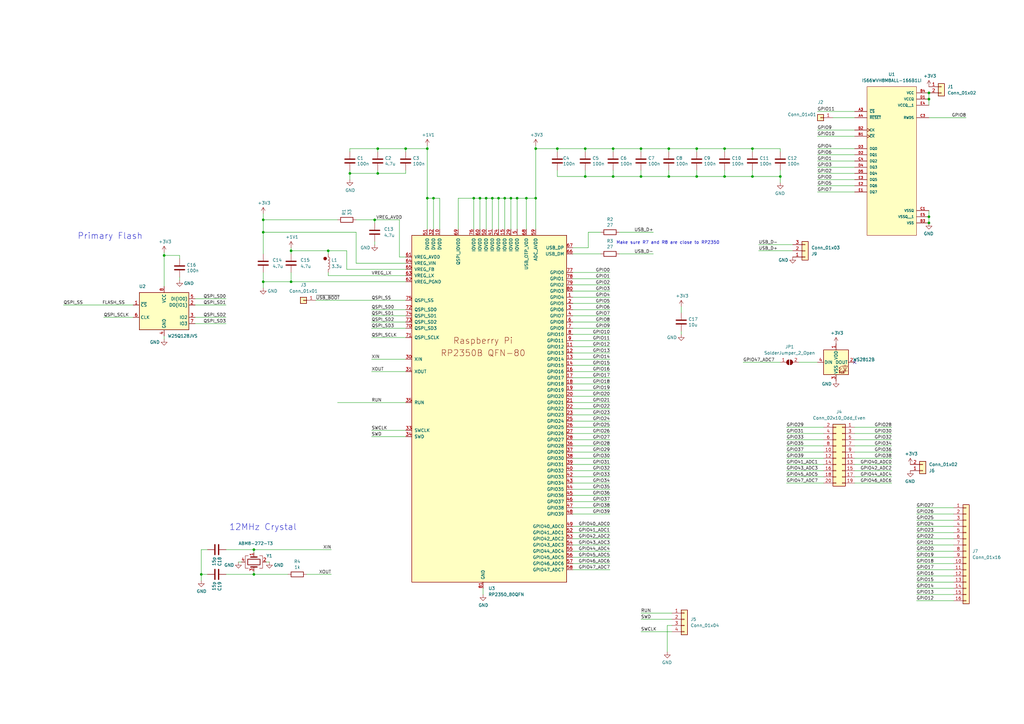
<source format=kicad_sch>
(kicad_sch (version 20230121) (generator eeschema)
  (paper "A3")
  (title_block (title "RP2350B QFN80 Minimal Design Example") (date "2024-01-03") (rev "REV2") (company "Raspberry Pi Ltd"))
  (lib_symbols
    (symbol "Connector_Generic:Conn_01x01" (pin_names (offset 1.016) hide)
      (property "Reference" "J" (at 0 2.54 0))
      (property "Value" "Conn_01x01" (at 0 -2.54 0))
      (symbol "Conn_01x01_1_1"
        (pin passive line (at -5.08 0 0) (length 3.81) (name "Pin_1") (number "1"))
      )
    )
    (symbol "Connector_Generic:Conn_01x02" (pin_names (offset 1.016) hide)
      (property "Reference" "J" (at 0 2.54 0))
      (property "Value" "Conn_01x02" (at 0 -5.08 0))
      (symbol "Conn_01x02_1_1"
        (pin passive line (at -5.08 0 0) (length 3.81) (name "Pin_1") (number "1"))
        (pin passive line (at -5.08 -2.54 0) (length 3.81) (name "Pin_2") (number "2"))
      )
    )
    (symbol "Connector_Generic:Conn_01x03" (pin_names (offset 1.016) hide)
      (property "Reference" "J" (at 0 5.08 0))
      (property "Value" "Conn_01x03" (at 0 -5.08 0))
      (symbol "Conn_01x03_1_1"
        (pin passive line (at -5.08 2.54 0) (length 3.81) (name "Pin_1") (number "1"))
        (pin passive line (at -5.08 0 0) (length 3.81) (name "Pin_2") (number "2"))
        (pin passive line (at -5.08 -2.54 0) (length 3.81) (name "Pin_3") (number "3"))
      )
    )
    (symbol "Connector_Generic:Conn_01x04" (pin_names (offset 1.016) hide)
      (property "Reference" "J" (at 0 5.08 0))
      (property "Value" "Conn_01x04" (at 0 -7.62 0))
      (symbol "Conn_01x04_1_1"
        (pin passive line (at -5.08 2.54 0) (length 3.81) (name "Pin_1") (number "1"))
        (pin passive line (at -5.08 0 0) (length 3.81) (name "Pin_2") (number "2"))
        (pin passive line (at -5.08 -2.54 0) (length 3.81) (name "Pin_3") (number "3"))
        (pin passive line (at -5.08 -5.08 0) (length 3.81) (name "Pin_4") (number "4"))
      )
    )
    (symbol "Connector_Generic:Conn_01x16" (pin_names (offset 1.016) hide)
      (property "Reference" "J" (at 0 20.32 0))
      (property "Value" "Conn_01x16" (at 0 -22.86 0))
      (symbol "Conn_01x16_1_1"
        (pin passive line (at -5.08 17.78 0) (length 3.81) (name "Pin_1") (number "1"))
        (pin passive line (at -5.08 -5.08 0) (length 3.81) (name "Pin_10") (number "10"))
        (pin passive line (at -5.08 -7.62 0) (length 3.81) (name "Pin_11") (number "11"))
        (pin passive line (at -5.08 -10.16 0) (length 3.81) (name "Pin_12") (number "12"))
        (pin passive line (at -5.08 -12.7 0) (length 3.81) (name "Pin_13") (number "13"))
        (pin passive line (at -5.08 -15.24 0) (length 3.81) (name "Pin_14") (number "14"))
        (pin passive line (at -5.08 -17.78 0) (length 3.81) (name "Pin_15") (number "15"))
        (pin passive line (at -5.08 -20.32 0) (length 3.81) (name "Pin_16") (number "16"))
        (pin passive line (at -5.08 15.24 0) (length 3.81) (name "Pin_2") (number "2"))
        (pin passive line (at -5.08 12.7 0) (length 3.81) (name "Pin_3") (number "3"))
        (pin passive line (at -5.08 10.16 0) (length 3.81) (name "Pin_4") (number "4"))
        (pin passive line (at -5.08 7.62 0) (length 3.81) (name "Pin_5") (number "5"))
        (pin passive line (at -5.08 5.08 0) (length 3.81) (name "Pin_6") (number "6"))
        (pin passive line (at -5.08 2.54 0) (length 3.81) (name "Pin_7") (number "7"))
        (pin passive line (at -5.08 0 0) (length 3.81) (name "Pin_8") (number "8"))
        (pin passive line (at -5.08 -2.54 0) (length 3.81) (name "Pin_9") (number "9"))
      )
    )
    (symbol "Connector_Generic:Conn_02x10_Odd_Even" (pin_names (offset 1.016) hide)
      (property "Reference" "J" (at 1.27 12.7 0))
      (property "Value" "Conn_02x10_Odd_Even" (at 1.27 -15.24 0))
      (symbol "Conn_02x10_Odd_Even_1_1"
        (pin passive line (at -5.08 10.16 0) (length 3.81) (name "Pin_1") (number "1"))
        (pin passive line (at 7.62 0 180) (length 3.81) (name "Pin_10") (number "10"))
        (pin passive line (at -5.08 -2.54 0) (length 3.81) (name "Pin_11") (number "11"))
        (pin passive line (at 7.62 -2.54 180) (length 3.81) (name "Pin_12") (number "12"))
        (pin passive line (at -5.08 -5.08 0) (length 3.81) (name "Pin_13") (number "13"))
        (pin passive line (at 7.62 -5.08 180) (length 3.81) (name "Pin_14") (number "14"))
        (pin passive line (at -5.08 -7.62 0) (length 3.81) (name "Pin_15") (number "15"))
        (pin passive line (at 7.62 -7.62 180) (length 3.81) (name "Pin_16") (number "16"))
        (pin passive line (at -5.08 -10.16 0) (length 3.81) (name "Pin_17") (number "17"))
        (pin passive line (at 7.62 -10.16 180) (length 3.81) (name "Pin_18") (number "18"))
        (pin passive line (at -5.08 -12.7 0) (length 3.81) (name "Pin_19") (number "19"))
        (pin passive line (at 7.62 10.16 180) (length 3.81) (name "Pin_2") (number "2"))
        (pin passive line (at 7.62 -12.7 180) (length 3.81) (name "Pin_20") (number "20"))
        (pin passive line (at -5.08 7.62 0) (length 3.81) (name "Pin_3") (number "3"))
        (pin passive line (at 7.62 7.62 180) (length 3.81) (name "Pin_4") (number "4"))
        (pin passive line (at -5.08 5.08 0) (length 3.81) (name "Pin_5") (number "5"))
        (pin passive line (at 7.62 5.08 180) (length 3.81) (name "Pin_6") (number "6"))
        (pin passive line (at -5.08 2.54 0) (length 3.81) (name "Pin_7") (number "7"))
        (pin passive line (at 7.62 2.54 180) (length 3.81) (name "Pin_8") (number "8"))
        (pin passive line (at -5.08 0 0) (length 3.81) (name "Pin_9") (number "9"))
      )
    )
    (symbol "Custom:IS66WVH8M8ALL-166B1LI" (pin_names (offset 1.016))
      (property "Reference" "U" (at -10.16 29.21 0))
      (property "Value" "IS66WVH8M8ALL-166B1LI" (at -10.16 -35.56 0))
      (symbol "IS66WVH8M8ALL-166B1LI_0_0"
        (pin input line (at -15.24 17.78 0) (length 5.08) (name "~{CS}") (number "A3"))
        (pin input line (at -15.24 15.24 0) (length 5.08) (name "~{RESET}") (number "A4"))
        (pin input clock (at -15.24 7.62 0) (length 5.08) (name "~{CK}") (number "B1"))
        (pin input clock (at -15.24 10.16 0) (length 5.08) (name "CK") (number "B2"))
        (pin power_in line (at 15.24 -27.94 180) (length 5.08) (name "VSS") (number "B3"))
        (pin power_in line (at 15.24 25.4 180) (length 5.08) (name "VCC") (number "B4"))
        (pin power_in line (at 15.24 -22.86 180) (length 5.08) (name "VSSQ") (number "C1"))
        (pin output line (at 15.24 15.24 180) (length 5.08) (name "RWDS") (number "C3"))
        (pin bidirectional line (at -15.24 -2.54 0) (length 5.08) (name "DQ2") (number "C4"))
        (pin power_in line (at 15.24 22.86 180) (length 5.08) (name "VCCQ") (number "D1"))
        (pin bidirectional line (at -15.24 0 0) (length 5.08) (name "DQ1") (number "D2"))
        (pin bidirectional line (at -15.24 2.54 0) (length 5.08) (name "DQ0") (number "D3"))
        (pin bidirectional line (at -15.24 -5.08 0) (length 5.08) (name "DQ3") (number "D4"))
        (pin bidirectional line (at -15.24 -7.62 0) (length 5.08) (name "DQ4") (number "D5"))
        (pin bidirectional line (at -15.24 -15.24 0) (length 5.08) (name "DQ7") (number "E1"))
        (pin bidirectional line (at -15.24 -12.7 0) (length 5.08) (name "DQ6") (number "E2"))
        (pin bidirectional line (at -15.24 -10.16 0) (length 5.08) (name "DQ5") (number "E3"))
        (pin power_in line (at 15.24 20.32 180) (length 5.08) (name "VCCQ__1") (number "E4"))
        (pin power_in line (at 15.24 -25.4 180) (length 5.08) (name "VSSQ__1") (number "E5"))
      )
    )
    (symbol "Device:C" (pin_numbers hide) (pin_names (offset 0.254))
      (property "Reference" "C" (at 0.635 2.54 0))
      (property "Value" "C" (at 0.635 -2.54 0))
      (symbol "C_1_1"
        (pin passive line (at 0 3.81 270) (length 2.794) (name "~") (number "1"))
        (pin passive line (at 0 -3.81 90) (length 2.794) (name "~") (number "2"))
      )
    )
    (symbol "Device:Crystal_GND24" (pin_names (offset 1.016) hide)
      (property "Reference" "Y" (at 3.175 5.08 0))
      (property "Value" "Crystal_GND24" (at 3.175 3.175 0))
      (symbol "Crystal_GND24_1_1"
        (pin passive line (at -3.81 0 0) (length 1.27) (name "1") (number "1"))
        (pin passive line (at 0 5.08 270) (length 1.27) (name "2") (number "2"))
        (pin passive line (at 3.81 0 180) (length 1.27) (name "3") (number "3"))
        (pin passive line (at 0 -5.08 90) (length 1.27) (name "4") (number "4"))
      )
    )
    (symbol "Device:L" (pin_numbers hide) (pin_names (offset 1.016) hide)
      (property "Reference" "L" (at -1.27 0 90))
      (property "Value" "L" (at 1.905 0 90))
      (symbol "L_1_1"
        (pin passive line (at 0 3.81 270) (length 1.27) (name "1") (number "1"))
        (pin passive line (at 0 -3.81 90) (length 1.27) (name "2") (number "2"))
      )
    )
    (symbol "Device:R" (pin_numbers hide) (pin_names (offset 0))
      (property "Reference" "R" (at 2.032 0 90))
      (property "Value" "R" (at 0 0 90))
      (symbol "R_1_1"
        (pin passive line (at 0 3.81 270) (length 1.27) (name "~") (number "1"))
        (pin passive line (at 0 -3.81 90) (length 1.27) (name "~") (number "2"))
      )
    )
    (symbol "Jumper:SolderJumper_2_Open" (pin_names (offset 0) hide)
      (property "Reference" "JP" (at 0 2.032 0))
      (property "Value" "SolderJumper_2_Open" (at 0 -2.54 0))
      (symbol "SolderJumper_2_Open_1_1"
        (pin passive line (at -3.81 0 0) (length 2.54) (name "A") (number "1"))
        (pin passive line (at 3.81 0 180) (length 2.54) (name "B") (number "2"))
      )
    )
    (symbol "LED:WS2812B" (pin_names (offset 0.254))
      (property "Reference" "D" (at 5.08 5.715 0))
      (property "Value" "WS2812B" (at 1.27 -5.715 0))
      (symbol "WS2812B_0_0"
        (text "RGB" (at 2.286 -4.191 0) (effects (font (size 0.762 0.762))))
      )
      (symbol "WS2812B_1_1"
        (pin power_in line (at 0 7.62 270) (length 2.54) (name "VDD") (number "1"))
        (pin output line (at 7.62 0 180) (length 2.54) (name "DOUT") (number "2"))
        (pin power_in line (at 0 -7.62 90) (length 2.54) (name "VSS") (number "3"))
        (pin input line (at -7.62 0 0) (length 2.54) (name "DIN") (number "4"))
      )
    )
    (symbol "MCU_RaspberryPi_RP2350:RP2350_80QFN" (pin_names (offset 1.016))
      (property "Reference" "U" (at -29.21 49.53 0))
      (property "Value" "RP2350_80QFN" (at 25.4 -96.52 0))
      (symbol "RP2350_80QFN_0_0"
        (text "Raspberry Pi" (at 0 5.08 0) (effects (font (size 2.54 2.54))))
      )
      (symbol "RP2350_80QFN_1_0"
        (text "RP2350B QFN-80" (at 0 0 0) (effects (font (size 2.54 2.54))))
      )
      (symbol "RP2350_80QFN_1_1"
        (pin bidirectional line (at 36.83 22.86 180) (length 2.54) (name "GPIO4") (number "1"))
        (pin power_in line (at -17.78 50.8 270) (length 2.54) (name "DVDD") (number "10"))
        (pin bidirectional line (at 36.83 2.54 180) (length 2.54) (name "GPIO12") (number "11"))
        (pin bidirectional line (at 36.83 0 180) (length 2.54) (name "GPIO13") (number "12"))
        (pin bidirectional line (at 36.83 -2.54 180) (length 2.54) (name "GPIO14") (number "13"))
        (pin bidirectional line (at 36.83 -5.08 180) (length 2.54) (name "GPIO15") (number "14"))
        (pin power_in line (at 8.89 50.8 270) (length 2.54) (name "IOVDD") (number "15"))
        (pin bidirectional line (at 36.83 -7.62 180) (length 2.54) (name "GPIO16") (number "16"))
        (pin bidirectional line (at 36.83 -10.16 180) (length 2.54) (name "GPIO17") (number "17"))
        (pin bidirectional line (at 36.83 -12.7 180) (length 2.54) (name "GPIO18") (number "18"))
        (pin bidirectional line (at 36.83 -15.24 180) (length 2.54) (name "GPIO19") (number "19"))
        (pin bidirectional line (at 36.83 20.32 180) (length 2.54) (name "GPIO5") (number "2"))
        (pin bidirectional line (at 36.83 -17.78 180) (length 2.54) (name "GPIO20") (number "20"))
        (pin bidirectional line (at 36.83 -20.32 180) (length 2.54) (name "GPIO21") (number "21"))
        (pin bidirectional line (at 36.83 -22.86 180) (length 2.54) (name "GPIO22") (number "22"))
        (pin bidirectional line (at 36.83 -25.4 180) (length 2.54) (name "GPIO23") (number "23"))
        (pin power_in line (at 6.35 50.8 270) (length 2.54) (name "IOVDD") (number "24"))
        (pin bidirectional line (at 36.83 -27.94 180) (length 2.54) (name "GPIO24") (number "25"))
        (pin bidirectional line (at 36.83 -30.48 180) (length 2.54) (name "GPIO25") (number "26"))
        (pin bidirectional line (at 36.83 -33.02 180) (length 2.54) (name "GPIO26") (number "27"))
        (pin bidirectional line (at 36.83 -35.56 180) (length 2.54) (name "GPIO27") (number "28"))
        (pin power_in line (at 11.43 50.8 270) (length 2.54) (name "IOVDD") (number "29"))
        (pin bidirectional line (at 36.83 17.78 180) (length 2.54) (name "GPIO6") (number "3"))
        (pin input line (at -31.75 -2.54 0) (length 2.54) (name "XIN") (number "30"))
        (pin passive line (at -31.75 -7.62 0) (length 2.54) (name "XOUT") (number "31"))
        (pin power_in line (at -20.32 50.8 270) (length 2.54) (name "DVDD") (number "32"))
        (pin output line (at -31.75 -31.75 0) (length 2.54) (name "SWCLK") (number "33"))
        (pin bidirectional line (at -31.75 -34.29 0) (length 2.54) (name "SWD") (number "34"))
        (pin input line (at -31.75 -20.32 0) (length 2.54) (name "RUN") (number "35"))
        (pin bidirectional line (at 36.83 -38.1 180) (length 2.54) (name "GPIO28") (number "36"))
        (pin bidirectional line (at 36.83 -40.64 180) (length 2.54) (name "GPIO29") (number "37"))
        (pin bidirectional line (at 36.83 -43.18 180) (length 2.54) (name "GPIO30") (number "38"))
        (pin bidirectional line (at 36.83 -45.72 180) (length 2.54) (name "GPIO31") (number "39"))
        (pin bidirectional line (at 36.83 15.24 180) (length 2.54) (name "GPIO7") (number "4"))
        (pin bidirectional line (at 36.83 -48.26 180) (length 2.54) (name "GPIO32") (number "40"))
        (pin power_in line (at 3.81 50.8 270) (length 2.54) (name "IOVDD") (number "41"))
        (pin bidirectional line (at 36.83 -50.8 180) (length 2.54) (name "GPIO33") (number "42"))
        (pin bidirectional line (at 36.83 -53.34 180) (length 2.54) (name "GPIO34") (number "43"))
        (pin bidirectional line (at 36.83 -55.88 180) (length 2.54) (name "GPIO35") (number "44"))
        (pin bidirectional line (at 36.83 -58.42 180) (length 2.54) (name "GPIO36") (number "45"))
        (pin bidirectional line (at 36.83 -60.96 180) (length 2.54) (name "GPIO37") (number "46"))
        (pin bidirectional line (at 36.83 -63.5 180) (length 2.54) (name "GPIO38") (number "47"))
        (pin bidirectional line (at 36.83 -66.04 180) (length 2.54) (name "GPIO39") (number "48"))
        (pin bidirectional line (at 36.83 -71.12 180) (length 2.54) (name "GPIO40_ADC0") (number "49"))
        (pin power_in line (at 13.97 50.8 270) (length 2.54) (name "IOVDD") (number "5"))
        (pin power_in line (at 1.27 50.8 270) (length 2.54) (name "IOVDD") (number "50"))
        (pin power_in line (at -22.86 50.8 270) (length 2.54) (name "DVDD") (number "51"))
        (pin bidirectional line (at 36.83 -73.66 180) (length 2.54) (name "GPIO41_ADC1") (number "52"))
        (pin bidirectional line (at 36.83 -76.2 180) (length 2.54) (name "GPIO42_ADC2") (number "53"))
        (pin bidirectional line (at 36.83 -78.74 180) (length 2.54) (name "GPIO43_ADC3") (number "54"))
        (pin bidirectional line (at 36.83 -81.28 180) (length 2.54) (name "GPIO44_ADC4") (number "55"))
        (pin bidirectional line (at 36.83 -83.82 180) (length 2.54) (name "GPIO45_ADC5") (number "56"))
        (pin bidirectional line (at 36.83 -86.36 180) (length 2.54) (name "GPIO46_ADC6") (number "57"))
        (pin bidirectional line (at 36.83 -88.9 180) (length 2.54) (name "GPIO47_ADC7") (number "58"))
        (pin power_in line (at 21.59 50.8 270) (length 2.54) (name "ADC_AVDD") (number "59"))
        (pin bidirectional line (at 36.83 12.7 180) (length 2.54) (name "GPIO8") (number "6"))
        (pin power_in line (at -1.27 50.8 270) (length 2.54) (name "IOVDD") (number "60"))
        (pin power_in line (at -31.75 39.37 0) (length 2.54) (name "VREG_AVDD") (number "61"))
        (pin power_in line (at -31.75 29.21 0) (length 2.54) (name "VREG_PGND") (number "62"))
        (pin power_out line (at -31.75 31.75 0) (length 2.54) (name "VREG_LX") (number "63"))
        (pin power_in line (at -31.75 36.83 0) (length 2.54) (name "VREG_VIN") (number "64"))
        (pin input line (at -31.75 34.29 0) (length 2.54) (name "VREG_FB") (number "65"))
        (pin bidirectional line (at 36.83 40.64 180) (length 2.54) (name "USB_DM") (number "66"))
        (pin bidirectional line (at 36.83 43.18 180) (length 2.54) (name "USB_DP") (number "67"))
        (pin power_in line (at 17.78 50.8 270) (length 2.54) (name "USB_OTP_VDD") (number "68"))
        (pin power_in line (at -10.16 50.8 270) (length 2.54) (name "QSPI_IOVDD") (number "69"))
        (pin bidirectional line (at 36.83 10.16 180) (length 2.54) (name "GPIO9") (number "7"))
        (pin bidirectional line (at -31.75 10.16 0) (length 2.54) (name "QSPI_SD3") (number "70"))
        (pin output line (at -31.75 6.35 0) (length 2.54) (name "QSPI_SCLK") (number "71"))
        (pin bidirectional line (at -31.75 17.78 0) (length 2.54) (name "QSPI_SD0") (number "72"))
        (pin bidirectional line (at -31.75 12.7 0) (length 2.54) (name "QSPI_SD2") (number "73"))
        (pin bidirectional line (at -31.75 15.24 0) (length 2.54) (name "QSPI_SD1") (number "74"))
        (pin bidirectional line (at -31.75 21.59 0) (length 2.54) (name "QSPI_SS") (number "75"))
        (pin power_in line (at -3.81 50.8 270) (length 2.54) (name "IOVDD") (number "76"))
        (pin bidirectional line (at 36.83 33.02 180) (length 2.54) (name "GPIO0") (number "77"))
        (pin bidirectional line (at 36.83 30.48 180) (length 2.54) (name "GPIO1") (number "78"))
        (pin bidirectional line (at 36.83 27.94 180) (length 2.54) (name "GPIO2") (number "79"))
        (pin bidirectional line (at 36.83 7.62 180) (length 2.54) (name "GPIO10") (number "8"))
        (pin bidirectional line (at 36.83 25.4 180) (length 2.54) (name "GPIO3") (number "80"))
        (pin power_in line (at 0 -96.52 90) (length 2.54) (name "GND") (number "81"))
        (pin bidirectional line (at 36.83 5.08 180) (length 2.54) (name "GPIO11") (number "9"))
      )
    )
    (symbol "Memory_Flash:W25Q128JVS"
      (property "Reference" "U" (at -8.89 8.89 0))
      (property "Value" "W25Q128JVS" (at 7.62 8.89 0))
      (symbol "W25Q128JVS_1_1"
        (pin input line (at -12.7 2.54 0) (length 2.54) (name "~{CS}") (number "1"))
        (pin bidirectional line (at 12.7 2.54 180) (length 2.54) (name "DO(IO1)") (number "2"))
        (pin bidirectional line (at 12.7 -2.54 180) (length 2.54) (name "IO2") (number "3"))
        (pin power_in line (at 0 -10.16 90) (length 2.54) (name "GND") (number "4"))
        (pin bidirectional line (at 12.7 5.08 180) (length 2.54) (name "DI(IO0)") (number "5"))
        (pin input line (at -12.7 -2.54 0) (length 2.54) (name "CLK") (number "6"))
        (pin bidirectional line (at 12.7 -5.08 180) (length 2.54) (name "IO3") (number "7"))
        (pin power_in line (at 0 10.16 270) (length 2.54) (name "VCC") (number "8"))
      )
    )
    (symbol "power:+1V1" (power) (pin_names (offset 0))
      (property "Value" "+1V1" (at 0 3.556 0))
      (symbol "+1V1_1_1"
        (pin power_in line (at 0 0 90) (length 0) hide (name "+1V1") (number "1"))
      )
    )
    (symbol "power:+3V3" (power) (pin_names (offset 0))
      (property "Value" "+3V3" (at 0 3.556 0))
      (symbol "+3V3_1_1"
        (pin power_in line (at 0 0 90) (length 0) hide (name "+3V3") (number "1"))
      )
    )
    (symbol "power:GND" (power) (pin_names (offset 0))
      (property "Value" "GND" (at 0 -3.81 0))
      (symbol "GND_1_1"
        (pin power_in line (at 0 0 270) (length 0) hide (name "GND") (number "1"))
      )
    )
  )
  (junction (at 119.38 115.57))
  (junction (at 297.18 60.96))
  (junction (at 107.95 115.57))
  (junction (at 219.71 81.28))
  (junction (at 194.31 81.28))
  (junction (at 320.04 72.39))
  (junction (at 175.26 81.28))
  (junction (at 381 40.64))
  (junction (at 154.94 71.12))
  (junction (at 219.71 60.96))
  (junction (at 196.85 81.28))
  (junction (at 82.55 235.585))
  (junction (at 251.46 72.39))
  (junction (at 262.89 72.39))
  (junction (at 209.55 81.28))
  (junction (at 154.94 60.96))
  (junction (at 207.01 81.28))
  (junction (at 228.6 60.96))
  (junction (at 308.61 72.39))
  (junction (at 381 38.1))
  (junction (at 107.95 90.17))
  (junction (at 285.75 72.39))
  (junction (at 204.47 81.28))
  (junction (at 240.03 60.96))
  (junction (at 67.31 104.775))
  (junction (at 199.39 81.28))
  (junction (at 381 91.44))
  (junction (at 262.89 60.96))
  (junction (at 153.67 90.17))
  (junction (at 175.26 60.96))
  (junction (at 212.09 81.28))
  (junction (at 297.18 72.39))
  (junction (at 308.61 60.96))
  (junction (at 104.14 225.425))
  (junction (at 166.37 60.96))
  (junction (at 240.03 72.39))
  (junction (at 381 88.9))
  (junction (at 104.14 235.585))
  (junction (at 274.32 60.96))
  (junction (at 134.62 102.87))
  (junction (at 274.32 72.39))
  (junction (at 177.8 81.28))
  (junction (at 285.75 60.96))
  (junction (at 215.9 81.28))
  (junction (at 119.38 102.87))
  (junction (at 251.46 60.96))
  (junction (at 201.93 81.28))
  (junction (at 143.51 71.12))
  (junction (at 107.95 95.25))
  (no_connect (at 350.52 148.59))
  (wire (pts (xy 234.95 139.7) (xy 250.19 139.7)))
  (wire (pts (xy 375.92 241.3) (xy 391.16 241.3)))
  (wire (pts (xy 107.95 111.76) (xy 107.95 115.57)))
  (wire (pts (xy 234.95 132.08) (xy 250.19 132.08)))
  (wire (pts (xy 341.63 48.26) (xy 350.52 48.26)))
  (wire (pts (xy 154.94 60.96) (xy 166.37 60.96)))
  (wire (pts (xy 107.95 95.25) (xy 146.05 95.25)))
  (wire (pts (xy 275.59 256.54) (xy 273.685 256.54)))
  (wire (pts (xy 335.28 71.12) (xy 350.52 71.12)))
  (wire (pts (xy 274.32 62.23) (xy 274.32 60.96)))
  (wire (pts (xy 274.32 69.85) (xy 274.32 72.39)))
  (wire (pts (xy 234.95 129.54) (xy 250.19 129.54)))
  (wire (pts (xy 107.95 115.57) (xy 107.95 118.11)))
  (wire (pts (xy 228.6 60.96) (xy 240.03 60.96)))
  (wire (pts (xy 207.01 81.28) (xy 209.55 81.28)))
  (wire (pts (xy 337.82 198.12) (xy 322.58 198.12)))
  (wire (pts (xy 154.94 62.23) (xy 154.94 60.96)))
  (wire (pts (xy 166.37 138.43) (xy 152.4 138.43)))
  (wire (pts (xy 154.94 71.12) (xy 166.37 71.12)))
  (wire (pts (xy 26.035 125.095) (xy 54.61 125.095)))
  (wire (pts (xy 391.16 208.28) (xy 375.92 208.28)))
  (wire (pts (xy 143.51 69.85) (xy 143.51 71.12)))
  (wire (pts (xy 234.95 101.6) (xy 241.3 101.6)))
  (wire (pts (xy 335.28 53.34) (xy 350.52 53.34)))
  (wire (pts (xy 285.75 62.23) (xy 285.75 60.96)))
  (wire (pts (xy 166.37 176.53) (xy 152.4 176.53)))
  (wire (pts (xy 234.95 218.44) (xy 250.19 218.44)))
  (wire (pts (xy 391.16 236.22) (xy 375.92 236.22)))
  (wire (pts (xy 92.71 235.585) (xy 104.14 235.585)))
  (wire (pts (xy 142.24 102.87) (xy 134.62 102.87)))
  (wire (pts (xy 262.89 62.23) (xy 262.89 60.96)))
  (wire (pts (xy 146.05 90.17) (xy 153.67 90.17)))
  (wire (pts (xy 335.28 73.66) (xy 350.52 73.66)))
  (wire (pts (xy 107.95 90.17) (xy 138.43 90.17)))
  (wire (pts (xy 262.89 69.85) (xy 262.89 72.39)))
  (wire (pts (xy 153.67 90.17) (xy 163.83 90.17)))
  (wire (pts (xy 234.95 111.76) (xy 250.19 111.76)))
  (wire (pts (xy 262.89 259.08) (xy 275.59 259.08)))
  (wire (pts (xy 234.95 198.12) (xy 250.19 198.12)))
  (wire (pts (xy 199.39 93.98) (xy 199.39 81.28)))
  (wire (pts (xy 234.95 231.14) (xy 250.19 231.14)))
  (wire (pts (xy 234.95 185.42) (xy 250.19 185.42)))
  (wire (pts (xy 219.71 81.28) (xy 219.71 93.98)))
  (wire (pts (xy 262.89 254) (xy 275.59 254)))
  (wire (pts (xy 212.09 81.28) (xy 212.09 93.98)))
  (wire (pts (xy 187.96 93.98) (xy 187.96 81.28)))
  (wire (pts (xy 350.52 190.5) (xy 365.76 190.5)))
  (wire (pts (xy 67.31 103.505) (xy 67.31 104.775)))
  (wire (pts (xy 396.24 48.26) (xy 381 48.26)))
  (wire (pts (xy 297.18 60.96) (xy 308.61 60.96)))
  (wire (pts (xy 391.16 243.84) (xy 375.92 243.84)))
  (wire (pts (xy 381 88.9) (xy 381 91.44)))
  (wire (pts (xy 308.61 72.39) (xy 297.18 72.39)))
  (wire (pts (xy 381 86.36) (xy 381 88.9)))
  (wire (pts (xy 201.93 81.28) (xy 204.47 81.28)))
  (wire (pts (xy 391.16 226.06) (xy 375.92 226.06)))
  (wire (pts (xy 325.12 102.87) (xy 311.15 102.87)))
  (wire (pts (xy 234.95 160.02) (xy 250.19 160.02)))
  (wire (pts (xy 274.32 72.39) (xy 262.89 72.39)))
  (wire (pts (xy 308.61 69.85) (xy 308.61 72.39)))
  (wire (pts (xy 175.26 60.96) (xy 175.26 81.28)))
  (wire (pts (xy 196.85 81.28) (xy 199.39 81.28)))
  (wire (pts (xy 146.05 95.25) (xy 146.05 107.95)))
  (wire (pts (xy 337.82 195.58) (xy 322.58 195.58)))
  (wire (pts (xy 234.95 142.24) (xy 250.19 142.24)))
  (wire (pts (xy 201.93 93.98) (xy 201.93 81.28)))
  (wire (pts (xy 109.22 230.505) (xy 110.49 230.505)))
  (wire (pts (xy 199.39 81.28) (xy 201.93 81.28)))
  (wire (pts (xy 234.95 180.34) (xy 250.19 180.34)))
  (wire (pts (xy 234.95 233.68) (xy 250.19 233.68)))
  (wire (pts (xy 274.32 60.96) (xy 285.75 60.96)))
  (wire (pts (xy 240.03 60.96) (xy 251.46 60.96)))
  (wire (pts (xy 107.95 115.57) (xy 119.38 115.57)))
  (wire (pts (xy 234.95 157.48) (xy 250.19 157.48)))
  (wire (pts (xy 134.62 113.03) (xy 166.37 113.03)))
  (wire (pts (xy 240.03 69.85) (xy 240.03 72.39)))
  (wire (pts (xy 85.09 235.585) (xy 82.55 235.585)))
  (wire (pts (xy 234.95 134.62) (xy 250.19 134.62)))
  (wire (pts (xy 234.95 182.88) (xy 250.19 182.88)))
  (wire (pts (xy 80.01 132.715) (xy 92.71 132.715)))
  (wire (pts (xy 119.38 101.6) (xy 119.38 102.87)))
  (wire (pts (xy 143.51 62.23) (xy 143.51 60.96)))
  (wire (pts (xy 153.67 100.33) (xy 153.67 99.06)))
  (wire (pts (xy 134.62 113.03) (xy 134.62 111.76)))
  (wire (pts (xy 337.82 182.88) (xy 322.58 182.88)))
  (wire (pts (xy 153.67 90.17) (xy 153.67 91.44)))
  (wire (pts (xy 365.76 175.26) (xy 350.52 175.26)))
  (wire (pts (xy 335.28 55.88) (xy 350.52 55.88)))
  (wire (pts (xy 209.55 81.28) (xy 212.09 81.28)))
  (wire (pts (xy 337.82 190.5) (xy 322.58 190.5)))
  (wire (pts (xy 234.95 193.04) (xy 250.19 193.04)))
  (wire (pts (xy 82.55 235.585) (xy 82.55 238.125)))
  (wire (pts (xy 67.31 137.795) (xy 67.31 139.065)))
  (wire (pts (xy 234.95 154.94) (xy 250.19 154.94)))
  (wire (pts (xy 254 104.14) (xy 267.97 104.14)))
  (wire (pts (xy 175.26 81.28) (xy 175.26 93.98)))
  (wire (pts (xy 142.24 110.49) (xy 142.24 102.87)))
  (wire (pts (xy 234.95 203.2) (xy 250.19 203.2)))
  (wire (pts (xy 97.79 230.505) (xy 99.06 230.505)))
  (wire (pts (xy 350.52 180.34) (xy 365.76 180.34)))
  (wire (pts (xy 234.95 215.9) (xy 250.19 215.9)))
  (wire (pts (xy 234.95 116.84) (xy 250.19 116.84)))
  (wire (pts (xy 335.28 60.96) (xy 350.52 60.96)))
  (wire (pts (xy 234.95 175.26) (xy 250.19 175.26)))
  (wire (pts (xy 234.95 124.46) (xy 250.19 124.46)))
  (wire (pts (xy 234.95 228.6) (xy 250.19 228.6)))
  (wire (pts (xy 67.31 104.775) (xy 67.31 117.475)))
  (wire (pts (xy 143.51 71.12) (xy 143.51 73.66)))
  (wire (pts (xy 204.47 81.28) (xy 207.01 81.28)))
  (wire (pts (xy 234.95 127) (xy 250.19 127)))
  (wire (pts (xy 154.94 69.85) (xy 154.94 71.12)))
  (wire (pts (xy 308.61 60.96) (xy 320.04 60.96)))
  (wire (pts (xy 251.46 62.23) (xy 251.46 60.96)))
  (wire (pts (xy 92.71 225.425) (xy 104.14 225.425)))
  (wire (pts (xy 391.16 218.44) (xy 375.92 218.44)))
  (wire (pts (xy 350.52 195.58) (xy 365.76 195.58)))
  (wire (pts (xy 80.01 130.175) (xy 92.71 130.175)))
  (wire (pts (xy 381 40.64) (xy 381 43.18)))
  (wire (pts (xy 152.4 147.32) (xy 166.37 147.32)))
  (wire (pts (xy 198.12 241.3) (xy 198.12 243.84)))
  (wire (pts (xy 322.58 177.8) (xy 337.82 177.8)))
  (wire (pts (xy 152.4 132.08) (xy 166.37 132.08)))
  (wire (pts (xy 82.55 225.425) (xy 82.55 235.585)))
  (wire (pts (xy 180.34 81.28) (xy 180.34 93.98)))
  (wire (pts (xy 194.31 93.98) (xy 194.31 81.28)))
  (wire (pts (xy 143.51 60.96) (xy 154.94 60.96)))
  (wire (pts (xy 335.28 66.04) (xy 350.52 66.04)))
  (wire (pts (xy 234.95 152.4) (xy 250.19 152.4)))
  (wire (pts (xy 42.545 130.175) (xy 54.61 130.175)))
  (wire (pts (xy 73.66 104.775) (xy 67.31 104.775)))
  (wire (pts (xy 234.95 190.5) (xy 250.19 190.5)))
  (wire (pts (xy 320.04 62.23) (xy 320.04 60.96)))
  (wire (pts (xy 152.4 127) (xy 166.37 127)))
  (wire (pts (xy 350.52 182.88) (xy 365.76 182.88)))
  (wire (pts (xy 241.3 95.25) (xy 241.3 101.6)))
  (wire (pts (xy 297.18 69.85) (xy 297.18 72.39)))
  (wire (pts (xy 219.71 59.69) (xy 219.71 60.96)))
  (wire (pts (xy 297.18 62.23) (xy 297.18 60.96)))
  (wire (pts (xy 391.16 220.98) (xy 375.92 220.98)))
  (wire (pts (xy 152.4 129.54) (xy 166.37 129.54)))
  (wire (pts (xy 152.4 134.62) (xy 166.37 134.62)))
  (wire (pts (xy 104.14 234.315) (xy 104.14 235.585)))
  (wire (pts (xy 308.61 62.23) (xy 308.61 60.96)))
  (wire (pts (xy 335.28 76.2) (xy 350.52 76.2)))
  (wire (pts (xy 251.46 60.96) (xy 262.89 60.96)))
  (wire (pts (xy 391.16 238.76) (xy 375.92 238.76)))
  (wire (pts (xy 320.04 72.39) (xy 308.61 72.39)))
  (wire (pts (xy 73.66 106.045) (xy 73.66 104.775)))
  (wire (pts (xy 234.95 170.18) (xy 250.19 170.18)))
  (wire (pts (xy 279.4 125.73) (xy 279.4 128.27)))
  (wire (pts (xy 166.37 60.96) (xy 175.26 60.96)))
  (wire (pts (xy 285.75 60.96) (xy 297.18 60.96)))
  (wire (pts (xy 119.38 115.57) (xy 166.37 115.57)))
  (wire (pts (xy 297.18 72.39) (xy 285.75 72.39)))
  (wire (pts (xy 350.52 193.04) (xy 365.76 193.04)))
  (wire (pts (xy 391.16 213.36) (xy 375.92 213.36)))
  (wire (pts (xy 234.95 220.98) (xy 250.19 220.98)))
  (wire (pts (xy 219.71 60.96) (xy 228.6 60.96)))
  (wire (pts (xy 119.38 111.76) (xy 119.38 115.57)))
  (wire (pts (xy 337.82 185.42) (xy 322.58 185.42)))
  (wire (pts (xy 163.83 90.17) (xy 163.83 105.41)))
  (wire (pts (xy 335.28 45.72) (xy 350.52 45.72)))
  (wire (pts (xy 335.28 63.5) (xy 350.52 63.5)))
  (wire (pts (xy 285.75 69.85) (xy 285.75 72.39)))
  (wire (pts (xy 350.52 198.12) (xy 365.76 198.12)))
  (wire (pts (xy 166.37 179.07) (xy 152.4 179.07)))
  (wire (pts (xy 273.685 256.54) (xy 273.685 267.335)))
  (wire (pts (xy 241.3 95.25) (xy 246.38 95.25)))
  (wire (pts (xy 234.95 223.52) (xy 250.19 223.52)))
  (wire (pts (xy 234.95 162.56) (xy 250.19 162.56)))
  (wire (pts (xy 177.8 81.28) (xy 180.34 81.28)))
  (wire (pts (xy 104.14 235.585) (xy 118.11 235.585)))
  (wire (pts (xy 337.82 187.96) (xy 322.58 187.96)))
  (wire (pts (xy 163.83 105.41) (xy 166.37 105.41)))
  (wire (pts (xy 196.85 93.98) (xy 196.85 81.28)))
  (wire (pts (xy 251.46 69.85) (xy 251.46 72.39)))
  (wire (pts (xy 85.09 225.425) (xy 82.55 225.425)))
  (wire (pts (xy 234.95 226.06) (xy 250.19 226.06)))
  (wire (pts (xy 234.95 210.82) (xy 250.19 210.82)))
  (wire (pts (xy 335.28 68.58) (xy 350.52 68.58)))
  (wire (pts (xy 254 95.25) (xy 267.97 95.25)))
  (wire (pts (xy 234.95 172.72) (xy 250.19 172.72)))
  (wire (pts (xy 209.55 93.98) (xy 209.55 81.28)))
  (wire (pts (xy 381 38.1) (xy 381 40.64)))
  (wire (pts (xy 337.82 180.34) (xy 322.58 180.34)))
  (wire (pts (xy 175.26 59.69) (xy 175.26 60.96)))
  (wire (pts (xy 107.95 90.17) (xy 107.95 95.25)))
  (wire (pts (xy 234.95 167.64) (xy 250.19 167.64)))
  (wire (pts (xy 119.38 102.87) (xy 134.62 102.87)))
  (wire (pts (xy 215.9 93.98) (xy 215.9 81.28)))
  (wire (pts (xy 337.82 193.04) (xy 322.58 193.04)))
  (wire (pts (xy 320.04 72.39) (xy 320.04 74.93)))
  (wire (pts (xy 320.04 148.59) (xy 304.8 148.59)))
  (wire (pts (xy 215.9 81.28) (xy 219.71 81.28)))
  (wire (pts (xy 212.09 81.28) (xy 215.9 81.28)))
  (wire (pts (xy 391.16 215.9) (xy 375.92 215.9)))
  (wire (pts (xy 234.95 195.58) (xy 250.19 195.58)))
  (wire (pts (xy 251.46 72.39) (xy 240.03 72.39)))
  (wire (pts (xy 262.89 72.39) (xy 251.46 72.39)))
  (wire (pts (xy 104.14 225.425) (xy 135.89 225.425)))
  (wire (pts (xy 262.89 251.46) (xy 275.59 251.46)))
  (wire (pts (xy 234.95 137.16) (xy 250.19 137.16)))
  (wire (pts (xy 391.16 233.68) (xy 375.92 233.68)))
  (wire (pts (xy 107.95 87.63) (xy 107.95 90.17)))
  (wire (pts (xy 134.62 102.87) (xy 134.62 104.14)))
  (wire (pts (xy 194.31 81.28) (xy 196.85 81.28)))
  (wire (pts (xy 234.95 205.74) (xy 250.19 205.74)))
  (wire (pts (xy 204.47 93.98) (xy 204.47 81.28)))
  (wire (pts (xy 391.16 231.14) (xy 375.92 231.14)))
  (wire (pts (xy 234.95 208.28) (xy 250.19 208.28)))
  (wire (pts (xy 228.6 62.23) (xy 228.6 60.96)))
  (wire (pts (xy 391.16 223.52) (xy 375.92 223.52)))
  (wire (pts (xy 322.58 175.26) (xy 337.82 175.26)))
  (wire (pts (xy 234.95 187.96) (xy 250.19 187.96)))
  (wire (pts (xy 234.95 177.8) (xy 250.19 177.8)))
  (wire (pts (xy 327.66 148.59) (xy 335.28 148.59)))
  (wire (pts (xy 166.37 62.23) (xy 166.37 60.96)))
  (wire (pts (xy 335.28 78.74) (xy 350.52 78.74)))
  (wire (pts (xy 138.43 165.1) (xy 166.37 165.1)))
  (wire (pts (xy 234.95 119.38) (xy 250.19 119.38)))
  (wire (pts (xy 234.95 149.86) (xy 250.19 149.86)))
  (wire (pts (xy 234.95 165.1) (xy 250.19 165.1)))
  (wire (pts (xy 285.75 72.39) (xy 274.32 72.39)))
  (wire (pts (xy 234.95 121.92) (xy 250.19 121.92)))
  (wire (pts (xy 143.51 71.12) (xy 154.94 71.12)))
  (wire (pts (xy 187.96 81.28) (xy 194.31 81.28)))
  (wire (pts (xy 391.16 228.6) (xy 375.92 228.6)))
  (wire (pts (xy 129.54 123.19) (xy 166.37 123.19)))
  (wire (pts (xy 234.95 200.66) (xy 250.19 200.66)))
  (wire (pts (xy 350.52 185.42) (xy 365.76 185.42)))
  (wire (pts (xy 146.05 107.95) (xy 166.37 107.95)))
  (wire (pts (xy 177.8 81.28) (xy 175.26 81.28)))
  (wire (pts (xy 207.01 81.28) (xy 207.01 93.98)))
  (wire (pts (xy 166.37 110.49) (xy 142.24 110.49)))
  (wire (pts (xy 240.03 62.23) (xy 240.03 60.96)))
  (wire (pts (xy 234.95 104.14) (xy 246.38 104.14)))
  (wire (pts (xy 240.03 72.39) (xy 228.6 72.39)))
  (wire (pts (xy 228.6 69.85) (xy 228.6 72.39)))
  (wire (pts (xy 104.14 226.695) (xy 104.14 225.425)))
  (wire (pts (xy 219.71 60.96) (xy 219.71 81.28)))
  (wire (pts (xy 365.76 177.8) (xy 350.52 177.8)))
  (wire (pts (xy 119.38 104.14) (xy 119.38 102.87)))
  (wire (pts (xy 234.95 144.78) (xy 250.19 144.78)))
  (wire (pts (xy 234.95 114.3) (xy 250.19 114.3)))
  (wire (pts (xy 279.4 135.89) (xy 279.4 137.16)))
  (wire (pts (xy 125.73 235.585) (xy 135.89 235.585)))
  (wire (pts (xy 80.01 122.555) (xy 92.71 122.555)))
  (wire (pts (xy 262.89 60.96) (xy 274.32 60.96)))
  (wire (pts (xy 166.37 152.4) (xy 152.4 152.4)))
  (wire (pts (xy 325.12 100.33) (xy 311.15 100.33)))
  (wire (pts (xy 375.92 246.38) (xy 391.16 246.38)))
  (wire (pts (xy 80.01 125.095) (xy 92.71 125.095)))
  (wire (pts (xy 350.52 187.96) (xy 365.76 187.96)))
  (wire (pts (xy 166.37 71.12) (xy 166.37 69.85)))
  (wire (pts (xy 107.95 95.25) (xy 107.95 104.14)))
  (wire (pts (xy 177.8 93.98) (xy 177.8 81.28)))
  (wire (pts (xy 320.04 69.85) (xy 320.04 72.39)))
  (wire (pts (xy 73.66 113.665) (xy 73.66 114.935)))
  (wire (pts (xy 234.95 147.32) (xy 250.19 147.32)))
  (wire (pts (xy 391.16 210.82) (xy 375.92 210.82)))
  (circle (center 133.35 106.045) (radius 0.635) (stroke (width 0) (color 132 0 0 1)) (fill (type color) (color 132 0 0 1)))
  (text "12MHz Crystal" (at 93.98 217.805 0) (effects (font (size 2.54 2.54)) (justify left bottom)))
  (text "Primary Flash" (at 31.75 98.425 0) (effects (font (size 2.54 2.54)) (justify left bottom)))
  (text "Make sure R7 and R8 are close to RP2350\n" (at 252.73 100.33 0) (effects (font (size 1.27 1.27)) (justify left bottom)))
  (label "XIN" (at 152.4 147.32 0))
  (label "USB_D+" (at 267.97 95.25 180))
  (label "GPIO33" (at 250.19 195.58 180))
  (label "GPIO40_ADC0" (at 250.19 215.9 180))
  (label "GPIO28" (at 365.76 175.26 180))
  (label "GPIO32" (at 250.19 193.04 180))
  (label "GPIO45_ADC5" (at 322.58 195.58 0))
  (label "SWCLK" (at 262.89 259.08 0))
  (label "GPIO3" (at 335.28 68.58 0))
  (label "GPIO44_ADC4" (at 250.19 226.06 180))
  (label "GPIO41_ADC1" (at 250.19 218.44 180))
  (label "GPIO2" (at 335.28 71.12 0))
  (label "XOUT" (at 152.4 152.4 0))
  (label "GPIO18" (at 250.19 157.48 180))
  (label "GPIO43_ADC3" (at 322.58 193.04 0))
  (label "GPIO34" (at 365.76 182.88 180))
  (label "~{USB_BOOT}" (at 129.54 123.19 0))
  (label "GPIO22" (at 375.92 220.98 0))
  (label "GPIO44_ADC4" (at 365.76 195.58 180))
  (label "GPIO46_ADC6" (at 365.76 198.12 180))
  (label "GPIO21" (at 375.92 223.52 0))
  (label "GPIO12" (at 250.19 142.24 180))
  (label "GPIO8" (at 250.19 132.08 180))
  (label "QSPI_SD2" (at 92.71 130.175 180))
  (label "GPIO3" (at 250.19 119.38 180))
  (label "GPIO27" (at 375.92 208.28 0))
  (label "GPIO25" (at 250.19 175.26 180))
  (label "GPIO40_ADC0" (at 365.76 190.5 180))
  (label "GPIO13" (at 250.19 144.78 180))
  (label "GPIO36" (at 250.19 203.2 180))
  (label "GPIO2" (at 250.19 116.84 180))
  (label "XIN" (at 135.89 225.425 180))
  (label "GPIO0" (at 335.28 73.66 0))
  (label "GPIO38" (at 250.19 208.28 180))
  (label "GPIO24" (at 375.92 215.9 0))
  (label "RUN" (at 152.4 165.1 0))
  (label "GPIO16" (at 250.19 152.4 180))
  (label "QSPI_SD0" (at 152.4 127 0))
  (label "GPIO20" (at 375.92 226.06 0))
  (label "GPIO5" (at 250.19 124.46 180))
  (label "QSPI_SD0" (at 92.71 122.555 180))
  (label "GPIO43_ADC3" (at 250.19 223.52 180))
  (label "QSPI_SS" (at 152.4 123.19 0))
  (label "SWCLK" (at 152.4 176.53 0))
  (label "GPIO1" (at 250.19 114.3 180))
  (label "GPIO21" (at 250.19 165.1 180))
  (label "GPIO47_ADC7" (at 322.58 198.12 0))
  (label "GPIO35" (at 250.19 200.66 180))
  (label "GPIO37" (at 250.19 205.74 180))
  (label "GPIO20" (at 250.19 162.56 180))
  (label "GPIO14" (at 375.92 241.3 0))
  (label "GPIO7" (at 250.19 129.54 180))
  (label "QSPI_SD3" (at 92.71 132.715 180))
  (label "XOUT" (at 135.89 235.585 180))
  (label "GPIO15" (at 375.92 238.76 0))
  (label "GPIO17" (at 250.19 154.94 180))
  (label "GPIO6" (at 335.28 63.5 0))
  (label "GPIO18" (at 375.92 231.14 0))
  (label "GPIO42_ADC2" (at 365.76 193.04 180))
  (label "GPIO39" (at 250.19 210.82 180))
  (label "SWD" (at 262.89 254 0))
  (label "QSPI_SS" (at 26.035 125.095 0))
  (label "GPIO29" (at 250.19 185.42 180))
  (label "GPIO46_ADC6" (at 250.19 231.14 180))
  (label "QSPI_SD2" (at 152.4 132.08 0))
  (label "GPIO8" (at 396.24 48.26 180))
  (label "GPIO33" (at 322.58 180.34 0))
  (label "FLASH_SS" (at 41.91 125.095 0))
  (label "GPIO39" (at 322.58 187.96 0))
  (label "VREG_LX" (at 152.4 113.03 0))
  (label "GPIO12" (at 375.92 246.38 0))
  (label "GPIO6" (at 250.19 127 180))
  (label "GPIO42_ADC2" (at 250.19 220.98 180))
  (label "GPIO31" (at 250.19 190.5 180))
  (label "USB_D-" (at 267.97 104.14 180))
  (label "GPIO10" (at 250.19 137.16 180))
  (label "GPIO4" (at 335.28 60.96 0))
  (label "GPIO28" (at 250.19 182.88 180))
  (label "GPIO0" (at 250.19 111.76 180))
  (label "RUN" (at 262.89 251.46 0))
  (label "GPIO14" (at 250.19 147.32 180))
  (label "VREG_AVDD" (at 154.305 90.17 0))
  (label "GPIO23" (at 250.19 170.18 180))
  (label "GPIO15" (at 250.19 149.86 180))
  (label "GPIO31" (at 322.58 177.8 0))
  (label "GPIO19" (at 375.92 228.6 0))
  (label "GPIO9" (at 250.19 134.62 180))
  (label "GPIO47_ADC7" (at 250.19 233.68 180))
  (label "GPIO27" (at 250.19 180.34 180))
  (label "QSPI_SD1" (at 152.4 129.54 0))
  (label "GPIO37" (at 322.58 185.42 0))
  (label "GPIO16" (at 375.92 236.22 0))
  (label "GPIO30" (at 250.19 187.96 180))
  (label "GPIO47_ADC7" (at 304.8 148.59 0))
  (label "QSPI_SCLK" (at 152.4 138.43 0))
  (label "USB_D-" (at 311.15 100.33 0))
  (label "QSPI_SCLK" (at 42.545 130.175 0))
  (label "GPIO23" (at 375.92 218.44 0))
  (label "GPIO1" (at 335.28 66.04 0))
  (label "GPIO13" (at 375.92 243.84 0))
  (label "GPIO34" (at 250.19 198.12 180))
  (label "GPIO35" (at 322.58 182.88 0))
  (label "GPIO9" (at 335.28 53.34 0))
  (label "GPIO25" (at 375.92 213.36 0))
  (label "GPIO7" (at 335.28 78.74 0))
  (label "GPIO36" (at 365.76 185.42 180))
  (label "USB_D+" (at 311.15 102.87 0))
  (label "GPIO10" (at 335.28 55.88 0))
  (label "GPIO11" (at 335.28 45.72 0))
  (label "GPIO41_ADC1" (at 322.58 190.5 0))
  (label "GPIO22" (at 250.19 167.64 180))
  (label "GPIO26" (at 375.92 210.82 0))
  (label "GPIO38" (at 365.76 187.96 180))
  (label "GPIO11" (at 250.19 139.7 180))
  (label "QSPI_SD1" (at 92.71 125.095 180))
  (label "SWD" (at 152.4 179.07 0))
  (label "GPIO5" (at 335.28 76.2 0))
  (label "GPIO24" (at 250.19 172.72 180))
  (label "GPIO30" (at 365.76 177.8 180))
  (label "GPIO4" (at 250.19 121.92 180))
  (label "GPIO32" (at 365.76 180.34 180))
  (label "GPIO29" (at 322.58 175.26 0))
  (label "GPIO17" (at 375.92 233.68 0))
  (label "QSPI_SD3" (at 152.4 134.62 0))
  (label "GPIO19" (at 250.19 160.02 180))
  (label "GPIO26" (at 250.19 177.8 180))
  (label "GPIO45_ADC5" (at 250.19 228.6 180))
  (symbol (lib_id "Device:C") (at 88.9 225.425 270) (unit 1)
    (property "Reference" "C18" (at 90.0684 228.346 0) (effects (justify left)))
    (property "Value" "15p" (at 87.757 228.346 0) (effects (justify left)))
    (property "Footprint" "Capacitor_SMD:C_0402_1005Metric" (effects hide))
  )
  (symbol (lib_id "Device:C") (at 88.9 235.585 270) (unit 1)
    (property "Reference" "C19" (at 90.0684 238.506 0) (effects (justify left)))
    (property "Value" "15p" (at 87.757 238.506 0) (effects (justify left)))
    (property "Footprint" "Capacitor_SMD:C_0402_1005Metric" (effects hide))
  )
  (symbol (lib_id "power:GND") (at 82.55 238.125 0) (unit 1)
    (property "Reference" "#PWR020" (effects hide))
    (property "Value" "GND" (at 82.677 242.5192 0))
  )
  (symbol (lib_id "Memory_Flash:W25Q128JVS") (at 67.31 127.635 0) (unit 1)
    (property "Reference" "U2" (at 58.42 117.475 0))
    (property "Value" "W25Q128JVS" (at 74.93 137.795 0))
    (property "Footprint" "Package_SO:SOIC-8_5.23x5.23mm_P1.27mm" (effects hide))
    (property "Datasheet" "http://www.winbond.com/resource-files/w25q128jv_dtr%20revc%2003272018%20plus.pdf" (effects hide))
  )
  (symbol (lib_id "power:+3V3") (at 67.31 103.505 0) (unit 1)
    (property "Reference" "#PWR010" (effects hide))
    (property "Value" "+3V3" (at 67.691 99.1108 0))
  )
  (symbol (lib_id "power:GND") (at 67.31 139.065 0) (unit 1)
    (property "Reference" "#PWR015" (effects hide))
    (property "Value" "GND" (at 63.5 140.335 0))
  )
  (symbol (lib_id "Device:C") (at 73.66 109.855 0) (unit 1)
    (property "Reference" "C16" (at 76.581 108.6866 0) (effects (justify left)))
    (property "Value" "100n" (at 76.581 110.998 0) (effects (justify left)))
    (property "Footprint" "Capacitor_SMD:C_0402_1005Metric" (effects hide))
  )
  (symbol (lib_id "power:GND") (at 73.66 114.935 0) (unit 1)
    (property "Reference" "#PWR011" (effects hide))
    (property "Value" "GND" (at 77.47 116.205 0))
  )
  (symbol (lib_id "power:GND") (at 198.12 243.84 0) (unit 1)
    (property "Reference" "#PWR021" (effects hide))
    (property "Value" "GND" (at 198.247 248.2342 0))
  )
  (symbol (lib_id "Device:R") (at 250.19 95.25 270) (unit 1)
    (property "Reference" "R2" (at 250.19 89.9922 90))
    (property "Value" "27" (at 250.19 92.3036 90))
    (property "Footprint" "Resistor_SMD:R_0402_1005Metric" (effects hide))
  )
  (symbol (lib_id "Device:R") (at 250.19 104.14 270) (unit 1)
    (property "Reference" "R3" (at 250.19 98.8822 90))
    (property "Value" "27" (at 250.19 101.1936 90))
    (property "Footprint" "Resistor_SMD:R_0402_1005Metric" (effects hide))
  )
  (symbol (lib_id "power:+3V3") (at 219.71 59.69 0) (unit 1)
    (property "Reference" "#PWR03" (effects hide))
    (property "Value" "+3V3" (at 220.091 55.2958 0))
  )
  (symbol (lib_id "Device:C") (at 251.46 66.04 0) (unit 1)
    (property "Reference" "C6" (at 254.381 64.8716 0) (effects (justify left)))
    (property "Value" "100n" (at 254.381 67.183 0) (effects (justify left)))
    (property "Footprint" "Capacitor_SMD:C_0402_1005Metric" (effects hide))
  )
  (symbol (lib_id "Device:C") (at 262.89 66.04 0) (unit 1)
    (property "Reference" "C7" (at 265.811 64.8716 0) (effects (justify left)))
    (property "Value" "100n" (at 265.811 67.183 0) (effects (justify left)))
    (property "Footprint" "Capacitor_SMD:C_0402_1005Metric" (effects hide))
  )
  (symbol (lib_id "Device:C") (at 274.32 66.04 0) (unit 1)
    (property "Reference" "C8" (at 277.241 64.8716 0) (effects (justify left)))
    (property "Value" "100n" (at 277.241 67.183 0) (effects (justify left)))
    (property "Footprint" "Capacitor_SMD:C_0402_1005Metric" (effects hide))
  )
  (symbol (lib_id "Device:C") (at 285.75 66.04 0) (unit 1)
    (property "Reference" "C9" (at 288.671 64.8716 0) (effects (justify left)))
    (property "Value" "100n" (at 288.671 67.183 0) (effects (justify left)))
    (property "Footprint" "Capacitor_SMD:C_0402_1005Metric" (effects hide))
  )
  (symbol (lib_id "Device:C") (at 297.18 66.04 0) (unit 1)
    (property "Reference" "C10" (at 300.101 64.8716 0) (effects (justify left)))
    (property "Value" "100n" (at 300.101 67.183 0) (effects (justify left)))
    (property "Footprint" "Capacitor_SMD:C_0402_1005Metric" (effects hide))
  )
  (symbol (lib_id "Device:C") (at 308.61 66.04 0) (unit 1)
    (property "Reference" "C11" (at 311.531 64.8716 0) (effects (justify left)))
    (property "Value" "100n" (at 311.531 67.183 0) (effects (justify left)))
    (property "Footprint" "Capacitor_SMD:C_0402_1005Metric" (effects hide))
  )
  (symbol (lib_id "Device:R") (at 121.92 235.585 270) (unit 1)
    (property "Reference" "R4" (at 121.92 230.3272 90))
    (property "Value" "1k" (at 121.92 232.6386 90))
    (property "Footprint" "Resistor_SMD:R_0402_1005Metric" (effects hide))
  )
  (symbol (lib_id "Device:Crystal_GND24") (at 104.14 230.505 270) (unit 1)
    (property "Reference" "Y1" (at 109.22 227.965 90) (effects (justify left)))
    (property "Value" "ABM8-272-T3" (at 97.79 222.885 90) (effects (justify left)))
    (property "Footprint" "Crystal:Crystal_SMD_3225-4Pin_3.2x2.5mm" (effects hide))
  )
  (symbol (lib_id "power:+3V3") (at 279.4 125.73 0) (unit 1)
    (property "Reference" "#PWR013" (effects hide))
    (property "Value" "+3V3" (at 279.781 121.3358 0))
  )
  (symbol (lib_id "Device:C") (at 279.4 132.08 0) (unit 1)
    (property "Reference" "C17" (at 282.321 130.9116 0) (effects (justify left)))
    (property "Value" "10u" (at 282.321 133.223 0) (effects (justify left)))
    (property "Footprint" "Capacitor_SMD:C_0805_2012Metric" (effects hide))
  )
  (symbol (lib_id "power:GND") (at 279.4 137.16 0) (unit 1)
    (property "Reference" "#PWR014" (effects hide))
    (property "Value" "GND" (at 275.59 138.43 0))
  )
  (symbol (lib_id "Connector_Generic:Conn_01x03") (at 330.2 102.87 0) (mirror x) (unit 1)
    (property "Reference" "J9" (at 332.74 104.14 0) (effects (justify left)))
    (property "Value" "Conn_01x03" (at 332.74 101.6 0) (effects (justify left)))
    (property "Footprint" "Connector_PinHeader_2.00mm:PinHeader_1x03_P2.00mm_Vertical" (effects hide))
  )
  (symbol (lib_id "power:GND") (at 373.38 193.04 0) (mirror y) (unit 1)
    (property "Reference" "#PWR017" (effects hide))
    (property "Value" "GND" (at 373.253 197.4342 0))
  )
  (symbol (lib_id "Device:C") (at 166.37 66.04 0) (unit 1)
    (property "Reference" "C3" (at 169.291 64.8716 0) (effects (justify left)))
    (property "Value" "100n" (at 169.291 67.183 0) (effects (justify left)))
    (property "Footprint" "Capacitor_SMD:C_0402_1005Metric" (effects hide))
  )
  (symbol (lib_id "Connector_Generic:Conn_01x02") (at 386.08 35.56 0) (unit 1)
    (property "Reference" "J1" (at 388.62 35.56 0) (effects (justify left)))
    (property "Value" "Conn_01x02" (at 388.62 38.1 0) (effects (justify left)))
    (property "Footprint" "Connector_PinHeader_2.00mm:PinHeader_1x02_P2.00mm_Vertical" (effects hide))
  )
  (symbol (lib_id "Connector_Generic:Conn_01x02") (at 378.46 193.04 0) (mirror x) (unit 1)
    (property "Reference" "J6" (at 381 193.04 0) (effects (justify left)))
    (property "Value" "Conn_01x02" (at 381 190.5 0) (effects (justify left)))
    (property "Footprint" "Connector_PinHeader_2.00mm:PinHeader_1x02_P2.00mm_Vertical" (effects hide))
  )
  (symbol (lib_id "Device:C") (at 240.03 66.04 0) (unit 1)
    (property "Reference" "C5" (at 242.951 64.8716 0) (effects (justify left)))
    (property "Value" "100n" (at 242.951 67.183 0) (effects (justify left)))
    (property "Footprint" "Capacitor_SMD:C_0402_1005Metric" (effects hide))
  )
  (symbol (lib_id "Connector_Generic:Conn_02x10_Odd_Even") (at 345.44 185.42 0) (mirror y) (unit 1)
    (property "Reference" "J4" (at 344.17 168.91 0))
    (property "Value" "Conn_02x10_Odd_Even" (at 344.17 171.45 0))
    (property "Footprint" "Connector_PinHeader_2.00mm:PinHeader_2x10_P2.00mm_Vertical" (effects hide))
  )
  (symbol (lib_id "Device:C") (at 320.04 66.04 0) (unit 1)
    (property "Reference" "C12" (at 322.961 64.8716 0) (effects (justify left)))
    (property "Value" "100n" (at 322.961 67.183 0) (effects (justify left)))
    (property "Footprint" "Capacitor_SMD:C_0402_1005Metric" (effects hide))
  )
  (symbol (lib_id "power:+1V1") (at 119.38 101.6 0) (unit 1)
    (property "Reference" "#PWR09" (effects hide))
    (property "Value" "+1V1" (at 119.761 97.2058 0))
  )
  (symbol (lib_id "power:GND") (at 325.12 105.41 0) (unit 1)
    (property "Reference" "#PWR023" (effects hide))
    (property "Value" "GND" (at 321.31 106.68 0))
  )
  (symbol (lib_id "power:+3V3") (at 381 35.56 0) (unit 1)
    (property "Reference" "#PWR01" (effects hide))
    (property "Value" "+3V3" (at 381.381 31.1658 0))
  )
  (symbol (lib_id "Custom:IS66WVH8M8ALL-166B1LI") (at 365.76 63.5 0) (unit 1)
    (property "Reference" "U1" (at 365.76 30.48 0))
    (property "Value" "IS66WVH8M8ALL-166B1LI" (at 365.76 33.02 0))
    (property "Footprint" "Custom:BGA25C100P5X5_800X600X120N" (effects hide))
    (property "B_NOM" "0.45" (effects hide))
    (property "ENOM" "1.0" (effects hide))
    (property "COURTYARD_EXCESS" "1.0" (effects hide))
    (property "D_NOM" "8.0" (effects hide))
    (property "D_MAX" "8.1" (effects hide))
    (property "A_MAX" "1.2" (effects hide))
    (property "ALPHA_ROWS" "True" (effects hide))
    (property "A_NOM" "1.2" (effects hide))
    (property "A_MIN" "1.2" (effects hide))
    (property "STANDARD" "IPC 7351B" (effects hide))
    (property "PARTREV" "B2" (effects hide))
    (property "DNOM" "1.0" (effects hide))
    (property "E_NOM" "6.0" (effects hide))
    (property "MANUFACTURER" "ISSI" (effects hide))
    (property "MAXIMUM_PACKAGE_HEIGHT" "1.2mm" (effects hide))
    (property "COLLAPSING_BALL" "True" (effects hide))
    (property "PIN_COUNT_E" "5.0" (effects hide))
    (property "PIN_COUNT_D" "5.0" (effects hide))
    (property "E_MIN" "5.9" (effects hide))
    (property "D_MIN" "7.9" (effects hide))
    (property "E_MAX" "6.1" (effects hide))
  )
  (symbol (lib_id "power:GND") (at 97.79 230.505 0) (unit 1)
    (property "Reference" "#PWR018" (effects hide))
    (property "Value" "GND" (at 93.98 231.775 0))
  )
  (symbol (lib_id "power:GND") (at 273.685 267.335 0) (mirror y) (unit 1)
    (property "Reference" "#PWR022" (effects hide))
    (property "Value" "GND" (at 273.558 271.7292 0))
  )
  (symbol (lib_id "Device:C") (at 153.67 95.25 0) (unit 1)
    (property "Reference" "C13" (at 157.48 93.98 0) (effects (justify left)))
    (property "Value" "4.7u" (at 157.48 96.52 0) (effects (justify left)))
    (property "Footprint" "Capacitor_SMD:C_0402_1005Metric" (effects hide))
  )
  (symbol (lib_id "Device:L") (at 134.62 107.95 0) (unit 1)
    (property "Reference" "L1" (at 135.89 106.68 0) (effects (justify left)))
    (property "Value" "3.3u" (at 135.89 109.22 0) (effects (justify left)))
    (property "Footprint" "RP2350B_chip_board:L_pol_2016" (effects hide))
  )
  (symbol (lib_id "power:GND") (at 143.51 73.66 0) (unit 1)
    (property "Reference" "#PWR04" (effects hide))
    (property "Value" "GND" (at 143.637 78.0542 0))
  )
  (symbol (lib_id "Connector_Generic:Conn_01x01") (at 336.55 48.26 180) (unit 1)
    (property "Reference" "J2" (at 336.55 41.91 0))
    (property "Value" "Conn_01x01" (at 328.93 46.99 0))
    (property "Footprint" "Connector_PinHeader_2.00mm:PinHeader_1x01_P2.00mm_Vertical" (effects hide))
  )
  (symbol (lib_id "power:GND") (at 107.95 118.11 0) (mirror y) (unit 1)
    (property "Reference" "#PWR012" (effects hide))
    (property "Value" "GND" (at 111.76 119.38 0))
  )
  (symbol (lib_id "power:+1V1") (at 175.26 59.69 0) (unit 1)
    (property "Reference" "#PWR02" (effects hide))
    (property "Value" "+1V1" (at 175.641 55.2958 0))
  )
  (symbol (lib_id "Device:C") (at 119.38 107.95 0) (unit 1)
    (property "Reference" "C15" (at 123.19 106.68 0) (effects (justify left)))
    (property "Value" "4.7u" (at 123.19 109.22 0) (effects (justify left)))
    (property "Footprint" "RP2350B_chip_board:C_0402_1005Metric_small_pads" (effects hide))
  )
  (symbol (lib_id "Connector_Generic:Conn_01x16") (at 396.24 226.06 0) (unit 1)
    (property "Reference" "J7" (at 398.78 226.06 0) (effects (justify left)))
    (property "Value" "Conn_01x16" (at 398.78 228.6 0) (effects (justify left)))
    (property "Footprint" "Connector_PinHeader_2.00mm:PinHeader_1x16_P2.00mm_Vertical" (effects hide))
  )
  (symbol (lib_id "LED:WS2812B") (at 342.9 148.59 0) (unit 1)
    (property "Reference" "D1" (effects hide))
    (property "Value" "WS2812B" (at 354.33 147.4821 0))
    (property "Footprint" "LED_SMD:LED_WS2812B_PLCC4_5.0x5.0mm_P3.2mm" (effects hide))
    (property "Datasheet" "https://cdn-shop.adafruit.com/datasheets/WS2812B.pdf" (effects hide))
  )
  (symbol (lib_id "power:+3V3") (at 342.9 140.97 0) (unit 1)
    (property "Reference" "#PWR025" (effects hide))
    (property "Value" "+3V3" (at 343.281 136.5758 0))
  )
  (symbol (lib_id "Jumper:SolderJumper_2_Open") (at 323.85 148.59 0) (unit 1)
    (property "Reference" "JP1" (at 323.85 142.24 0))
    (property "Value" "SolderJumper_2_Open" (at 323.85 144.78 0))
    (property "Footprint" "Jumper:SolderJumper-2_P1.3mm_Open_RoundedPad1.0x1.5mm" (effects hide))
  )
  (symbol (lib_id "Device:C") (at 143.51 66.04 0) (unit 1)
    (property "Reference" "C1" (at 146.431 64.8716 0) (effects (justify left)))
    (property "Value" "100n" (at 146.431 67.183 0) (effects (justify left)))
    (property "Footprint" "Capacitor_SMD:C_0402_1005Metric" (effects hide))
  )
  (symbol (lib_id "Device:R") (at 142.24 90.17 90) (unit 1)
    (property "Reference" "R1" (at 141.0716 88.392 0) (effects (justify left)))
    (property "Value" "33" (at 143.383 88.392 0) (effects (justify left)))
    (property "Footprint" "Resistor_SMD:R_0402_1005Metric" (effects hide))
  )
  (symbol (lib_id "power:GND") (at 342.9 156.21 0) (unit 1)
    (property "Reference" "#PWR024" (effects hide))
    (property "Value" "GND" (at 339.09 157.48 0))
  )
  (symbol (lib_id "Device:C") (at 154.94 66.04 0) (unit 1)
    (property "Reference" "C2" (at 157.861 64.8716 0) (effects (justify left)))
    (property "Value" "4.7u" (at 157.861 67.183 0) (effects (justify left)))
    (property "Footprint" "Capacitor_SMD:C_0402_1005Metric" (effects hide))
  )
  (symbol (lib_id "Device:C") (at 228.6 66.04 0) (unit 1)
    (property "Reference" "C4" (at 230.886 64.8716 0) (effects (justify left)))
    (property "Value" "100n" (at 230.886 67.183 0) (effects (justify left)))
    (property "Footprint" "Capacitor_SMD:C_0402_1005Metric" (effects hide))
  )
  (symbol (lib_id "power:+3V3") (at 373.38 190.5 0) (unit 1)
    (property "Reference" "#PWR016" (effects hide))
    (property "Value" "+3V3" (at 373.761 186.1058 0))
  )
  (symbol (lib_id "Connector_Generic:Conn_01x01") (at 124.46 123.19 180) (unit 1)
    (property "Reference" "J3" (at 124.46 116.84 0))
    (property "Value" "Conn_01x01" (at 124.46 119.38 0))
    (property "Footprint" "Connector_PinHeader_2.00mm:PinHeader_1x01_P2.00mm_Vertical" (effects hide))
  )
  (symbol (lib_id "MCU_RaspberryPi_RP2350:RP2350_80QFN") (at 198.12 144.78 0) (unit 1)
    (property "Reference" "U3" (at 200.3141 241.3 0) (effects (justify left)))
    (property "Value" "RP2350_80QFN" (at 200.3141 243.84 0) (effects (justify left)))
    (property "Footprint" "RP2350B_chip_board:RP2350-QFN-80-1EP_10x10_P0.4mm_EP3.4x3.4mm_ThermalVias" (effects hide))
  )
  (symbol (lib_id "Device:C") (at 107.95 107.95 0) (unit 1)
    (property "Reference" "C14" (at 111.76 106.68 0) (effects (justify left)))
    (property "Value" "4.7u" (at 111.76 109.22 0) (effects (justify left)))
    (property "Footprint" "RP2350B_chip_board:C_0402_1005Metric_small_pads" (effects hide))
  )
  (symbol (lib_id "power:GND") (at 320.04 74.93 0) (mirror y) (unit 1)
    (property "Reference" "#PWR05" (effects hide))
    (property "Value" "GND" (at 319.913 79.3242 0))
  )
  (symbol (lib_id "Connector_Generic:Conn_01x04") (at 280.67 254 0) (unit 1)
    (property "Reference" "J5" (at 283.21 254 0) (effects (justify left)))
    (property "Value" "Conn_01x04" (at 283.21 256.54 0) (effects (justify left)))
    (property "Footprint" "Connector_PinHeader_2.00mm:PinHeader_1x04_P2.00mm_Vertical" (effects hide))
  )
  (symbol (lib_id "power:+3V3") (at 107.95 87.63 0) (unit 1)
    (property "Reference" "#PWR06" (effects hide))
    (property "Value" "+3V3" (at 108.331 83.2358 0))
  )
  (symbol (lib_id "power:GND") (at 153.67 100.33 0) (unit 1)
    (property "Reference" "#PWR08" (effects hide))
    (property "Value" "GND" (at 149.86 101.6 0))
  )
  (symbol (lib_id "power:GND") (at 110.49 230.505 0) (unit 1)
    (property "Reference" "#PWR019" (effects hide))
    (property "Value" "GND" (at 114.3 231.775 0))
  )
  (symbol (lib_id "power:GND") (at 381 91.44 0) (mirror y) (unit 1)
    (property "Reference" "#PWR07" (effects hide))
    (property "Value" "GND" (at 380.873 95.8342 0))
  )
)
</source>
